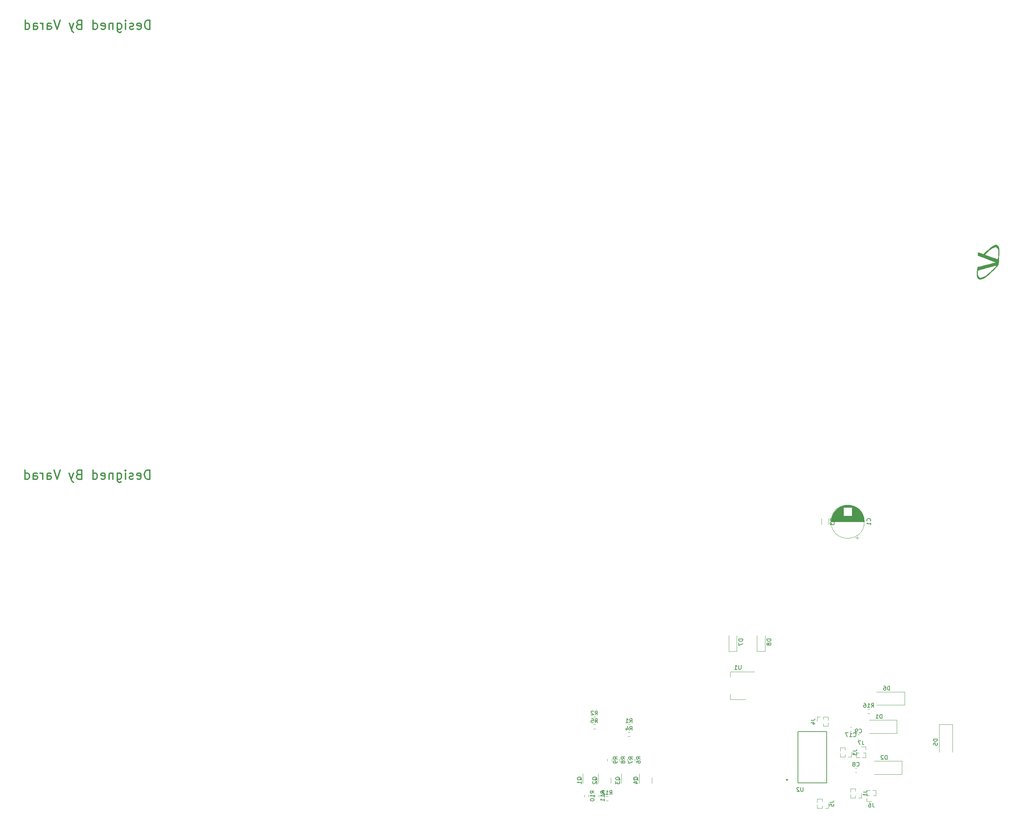
<source format=gbr>
%TF.GenerationSoftware,KiCad,Pcbnew,6.0.11-2627ca5db0~126~ubuntu20.04.1*%
%TF.CreationDate,2023-05-10T15:16:23+05:30*%
%TF.ProjectId,MVCU_COPY,4d564355-5f43-44f5-9059-2e6b69636164,rev?*%
%TF.SameCoordinates,Original*%
%TF.FileFunction,Legend,Bot*%
%TF.FilePolarity,Positive*%
%FSLAX46Y46*%
G04 Gerber Fmt 4.6, Leading zero omitted, Abs format (unit mm)*
G04 Created by KiCad (PCBNEW 6.0.11-2627ca5db0~126~ubuntu20.04.1) date 2023-05-10 15:16:23*
%MOMM*%
%LPD*%
G01*
G04 APERTURE LIST*
%ADD10C,0.300000*%
%ADD11C,0.150000*%
%ADD12C,0.120000*%
%ADD13C,0.200000*%
%ADD14C,0.250000*%
G04 APERTURE END LIST*
D10*
X74941571Y-99405857D02*
X74941571Y-97155857D01*
X74405857Y-97155857D01*
X74084428Y-97263000D01*
X73870142Y-97477285D01*
X73763000Y-97691571D01*
X73655857Y-98120142D01*
X73655857Y-98441571D01*
X73763000Y-98870142D01*
X73870142Y-99084428D01*
X74084428Y-99298714D01*
X74405857Y-99405857D01*
X74941571Y-99405857D01*
X71834428Y-99298714D02*
X72048714Y-99405857D01*
X72477285Y-99405857D01*
X72691571Y-99298714D01*
X72798714Y-99084428D01*
X72798714Y-98227285D01*
X72691571Y-98013000D01*
X72477285Y-97905857D01*
X72048714Y-97905857D01*
X71834428Y-98013000D01*
X71727285Y-98227285D01*
X71727285Y-98441571D01*
X72798714Y-98655857D01*
X70870142Y-99298714D02*
X70655857Y-99405857D01*
X70227285Y-99405857D01*
X70013000Y-99298714D01*
X69905857Y-99084428D01*
X69905857Y-98977285D01*
X70013000Y-98763000D01*
X70227285Y-98655857D01*
X70548714Y-98655857D01*
X70763000Y-98548714D01*
X70870142Y-98334428D01*
X70870142Y-98227285D01*
X70763000Y-98013000D01*
X70548714Y-97905857D01*
X70227285Y-97905857D01*
X70013000Y-98013000D01*
X68941571Y-99405857D02*
X68941571Y-97905857D01*
X68941571Y-97155857D02*
X69048714Y-97263000D01*
X68941571Y-97370142D01*
X68834428Y-97263000D01*
X68941571Y-97155857D01*
X68941571Y-97370142D01*
X66905857Y-97905857D02*
X66905857Y-99727285D01*
X67013000Y-99941571D01*
X67120142Y-100048714D01*
X67334428Y-100155857D01*
X67655857Y-100155857D01*
X67870142Y-100048714D01*
X66905857Y-99298714D02*
X67120142Y-99405857D01*
X67548714Y-99405857D01*
X67763000Y-99298714D01*
X67870142Y-99191571D01*
X67977285Y-98977285D01*
X67977285Y-98334428D01*
X67870142Y-98120142D01*
X67763000Y-98013000D01*
X67548714Y-97905857D01*
X67120142Y-97905857D01*
X66905857Y-98013000D01*
X65834428Y-97905857D02*
X65834428Y-99405857D01*
X65834428Y-98120142D02*
X65727285Y-98013000D01*
X65513000Y-97905857D01*
X65191571Y-97905857D01*
X64977285Y-98013000D01*
X64870142Y-98227285D01*
X64870142Y-99405857D01*
X62941571Y-99298714D02*
X63155857Y-99405857D01*
X63584428Y-99405857D01*
X63798714Y-99298714D01*
X63905857Y-99084428D01*
X63905857Y-98227285D01*
X63798714Y-98013000D01*
X63584428Y-97905857D01*
X63155857Y-97905857D01*
X62941571Y-98013000D01*
X62834428Y-98227285D01*
X62834428Y-98441571D01*
X63905857Y-98655857D01*
X60905857Y-99405857D02*
X60905857Y-97155857D01*
X60905857Y-99298714D02*
X61120142Y-99405857D01*
X61548714Y-99405857D01*
X61763000Y-99298714D01*
X61870142Y-99191571D01*
X61977285Y-98977285D01*
X61977285Y-98334428D01*
X61870142Y-98120142D01*
X61763000Y-98013000D01*
X61548714Y-97905857D01*
X61120142Y-97905857D01*
X60905857Y-98013000D01*
X57370142Y-98227285D02*
X57048714Y-98334428D01*
X56941571Y-98441571D01*
X56834428Y-98655857D01*
X56834428Y-98977285D01*
X56941571Y-99191571D01*
X57048714Y-99298714D01*
X57263000Y-99405857D01*
X58120142Y-99405857D01*
X58120142Y-97155857D01*
X57370142Y-97155857D01*
X57155857Y-97263000D01*
X57048714Y-97370142D01*
X56941571Y-97584428D01*
X56941571Y-97798714D01*
X57048714Y-98013000D01*
X57155857Y-98120142D01*
X57370142Y-98227285D01*
X58120142Y-98227285D01*
X56084428Y-97905857D02*
X55548714Y-99405857D01*
X55013000Y-97905857D02*
X55548714Y-99405857D01*
X55763000Y-99941571D01*
X55870142Y-100048714D01*
X56084428Y-100155857D01*
X52763000Y-97155857D02*
X52013000Y-99405857D01*
X51263000Y-97155857D01*
X49548714Y-99405857D02*
X49548714Y-98227285D01*
X49655857Y-98013000D01*
X49870142Y-97905857D01*
X50298714Y-97905857D01*
X50513000Y-98013000D01*
X49548714Y-99298714D02*
X49763000Y-99405857D01*
X50298714Y-99405857D01*
X50513000Y-99298714D01*
X50620142Y-99084428D01*
X50620142Y-98870142D01*
X50513000Y-98655857D01*
X50298714Y-98548714D01*
X49763000Y-98548714D01*
X49548714Y-98441571D01*
X48477285Y-99405857D02*
X48477285Y-97905857D01*
X48477285Y-98334428D02*
X48370142Y-98120142D01*
X48263000Y-98013000D01*
X48048714Y-97905857D01*
X47834428Y-97905857D01*
X46120142Y-99405857D02*
X46120142Y-98227285D01*
X46227285Y-98013000D01*
X46441571Y-97905857D01*
X46870142Y-97905857D01*
X47084428Y-98013000D01*
X46120142Y-99298714D02*
X46334428Y-99405857D01*
X46870142Y-99405857D01*
X47084428Y-99298714D01*
X47191571Y-99084428D01*
X47191571Y-98870142D01*
X47084428Y-98655857D01*
X46870142Y-98548714D01*
X46334428Y-98548714D01*
X46120142Y-98441571D01*
X44084428Y-99405857D02*
X44084428Y-97155857D01*
X44084428Y-99298714D02*
X44298714Y-99405857D01*
X44727285Y-99405857D01*
X44941571Y-99298714D01*
X45048714Y-99191571D01*
X45155857Y-98977285D01*
X45155857Y-98334428D01*
X45048714Y-98120142D01*
X44941571Y-98013000D01*
X44727285Y-97905857D01*
X44298714Y-97905857D01*
X44084428Y-98013000D01*
X74980571Y12014142D02*
X74980571Y14264142D01*
X74444857Y14264142D01*
X74123428Y14157000D01*
X73909142Y13942714D01*
X73802000Y13728428D01*
X73694857Y13299857D01*
X73694857Y12978428D01*
X73802000Y12549857D01*
X73909142Y12335571D01*
X74123428Y12121285D01*
X74444857Y12014142D01*
X74980571Y12014142D01*
X71873428Y12121285D02*
X72087714Y12014142D01*
X72516285Y12014142D01*
X72730571Y12121285D01*
X72837714Y12335571D01*
X72837714Y13192714D01*
X72730571Y13407000D01*
X72516285Y13514142D01*
X72087714Y13514142D01*
X71873428Y13407000D01*
X71766285Y13192714D01*
X71766285Y12978428D01*
X72837714Y12764142D01*
X70909142Y12121285D02*
X70694857Y12014142D01*
X70266285Y12014142D01*
X70052000Y12121285D01*
X69944857Y12335571D01*
X69944857Y12442714D01*
X70052000Y12657000D01*
X70266285Y12764142D01*
X70587714Y12764142D01*
X70802000Y12871285D01*
X70909142Y13085571D01*
X70909142Y13192714D01*
X70802000Y13407000D01*
X70587714Y13514142D01*
X70266285Y13514142D01*
X70052000Y13407000D01*
X68980571Y12014142D02*
X68980571Y13514142D01*
X68980571Y14264142D02*
X69087714Y14157000D01*
X68980571Y14049857D01*
X68873428Y14157000D01*
X68980571Y14264142D01*
X68980571Y14049857D01*
X66944857Y13514142D02*
X66944857Y11692714D01*
X67052000Y11478428D01*
X67159142Y11371285D01*
X67373428Y11264142D01*
X67694857Y11264142D01*
X67909142Y11371285D01*
X66944857Y12121285D02*
X67159142Y12014142D01*
X67587714Y12014142D01*
X67802000Y12121285D01*
X67909142Y12228428D01*
X68016285Y12442714D01*
X68016285Y13085571D01*
X67909142Y13299857D01*
X67802000Y13407000D01*
X67587714Y13514142D01*
X67159142Y13514142D01*
X66944857Y13407000D01*
X65873428Y13514142D02*
X65873428Y12014142D01*
X65873428Y13299857D02*
X65766285Y13407000D01*
X65552000Y13514142D01*
X65230571Y13514142D01*
X65016285Y13407000D01*
X64909142Y13192714D01*
X64909142Y12014142D01*
X62980571Y12121285D02*
X63194857Y12014142D01*
X63623428Y12014142D01*
X63837714Y12121285D01*
X63944857Y12335571D01*
X63944857Y13192714D01*
X63837714Y13407000D01*
X63623428Y13514142D01*
X63194857Y13514142D01*
X62980571Y13407000D01*
X62873428Y13192714D01*
X62873428Y12978428D01*
X63944857Y12764142D01*
X60944857Y12014142D02*
X60944857Y14264142D01*
X60944857Y12121285D02*
X61159142Y12014142D01*
X61587714Y12014142D01*
X61802000Y12121285D01*
X61909142Y12228428D01*
X62016285Y12442714D01*
X62016285Y13085571D01*
X61909142Y13299857D01*
X61802000Y13407000D01*
X61587714Y13514142D01*
X61159142Y13514142D01*
X60944857Y13407000D01*
X57409142Y13192714D02*
X57087714Y13085571D01*
X56980571Y12978428D01*
X56873428Y12764142D01*
X56873428Y12442714D01*
X56980571Y12228428D01*
X57087714Y12121285D01*
X57302000Y12014142D01*
X58159142Y12014142D01*
X58159142Y14264142D01*
X57409142Y14264142D01*
X57194857Y14157000D01*
X57087714Y14049857D01*
X56980571Y13835571D01*
X56980571Y13621285D01*
X57087714Y13407000D01*
X57194857Y13299857D01*
X57409142Y13192714D01*
X58159142Y13192714D01*
X56123428Y13514142D02*
X55587714Y12014142D01*
X55052000Y13514142D02*
X55587714Y12014142D01*
X55802000Y11478428D01*
X55909142Y11371285D01*
X56123428Y11264142D01*
X52802000Y14264142D02*
X52052000Y12014142D01*
X51302000Y14264142D01*
X49587714Y12014142D02*
X49587714Y13192714D01*
X49694857Y13407000D01*
X49909142Y13514142D01*
X50337714Y13514142D01*
X50552000Y13407000D01*
X49587714Y12121285D02*
X49802000Y12014142D01*
X50337714Y12014142D01*
X50552000Y12121285D01*
X50659142Y12335571D01*
X50659142Y12549857D01*
X50552000Y12764142D01*
X50337714Y12871285D01*
X49802000Y12871285D01*
X49587714Y12978428D01*
X48516285Y12014142D02*
X48516285Y13514142D01*
X48516285Y13085571D02*
X48409142Y13299857D01*
X48302000Y13407000D01*
X48087714Y13514142D01*
X47873428Y13514142D01*
X46159142Y12014142D02*
X46159142Y13192714D01*
X46266285Y13407000D01*
X46480571Y13514142D01*
X46909142Y13514142D01*
X47123428Y13407000D01*
X46159142Y12121285D02*
X46373428Y12014142D01*
X46909142Y12014142D01*
X47123428Y12121285D01*
X47230571Y12335571D01*
X47230571Y12549857D01*
X47123428Y12764142D01*
X46909142Y12871285D01*
X46373428Y12871285D01*
X46159142Y12978428D01*
X44123428Y12014142D02*
X44123428Y14264142D01*
X44123428Y12121285D02*
X44337714Y12014142D01*
X44766285Y12014142D01*
X44980571Y12121285D01*
X45087714Y12228428D01*
X45194857Y12442714D01*
X45194857Y13085571D01*
X45087714Y13299857D01*
X44980571Y13407000D01*
X44766285Y13514142D01*
X44337714Y13514142D01*
X44123428Y13407000D01*
D11*
%TO.C,D8*%
X228742380Y-138996904D02*
X227742380Y-138996904D01*
X227742380Y-139235000D01*
X227790000Y-139377857D01*
X227885238Y-139473095D01*
X227980476Y-139520714D01*
X228170952Y-139568333D01*
X228313809Y-139568333D01*
X228504285Y-139520714D01*
X228599523Y-139473095D01*
X228694761Y-139377857D01*
X228742380Y-139235000D01*
X228742380Y-138996904D01*
X228170952Y-140139761D02*
X228123333Y-140044523D01*
X228075714Y-139996904D01*
X227980476Y-139949285D01*
X227932857Y-139949285D01*
X227837619Y-139996904D01*
X227790000Y-140044523D01*
X227742380Y-140139761D01*
X227742380Y-140330238D01*
X227790000Y-140425476D01*
X227837619Y-140473095D01*
X227932857Y-140520714D01*
X227980476Y-140520714D01*
X228075714Y-140473095D01*
X228123333Y-140425476D01*
X228170952Y-140330238D01*
X228170952Y-140139761D01*
X228218571Y-140044523D01*
X228266190Y-139996904D01*
X228361428Y-139949285D01*
X228551904Y-139949285D01*
X228647142Y-139996904D01*
X228694761Y-140044523D01*
X228742380Y-140139761D01*
X228742380Y-140330238D01*
X228694761Y-140425476D01*
X228647142Y-140473095D01*
X228551904Y-140520714D01*
X228361428Y-140520714D01*
X228266190Y-140473095D01*
X228218571Y-140425476D01*
X228170952Y-140330238D01*
%TO.C,R10*%
X184992380Y-177192142D02*
X184516190Y-176858809D01*
X184992380Y-176620714D02*
X183992380Y-176620714D01*
X183992380Y-177001666D01*
X184040000Y-177096904D01*
X184087619Y-177144523D01*
X184182857Y-177192142D01*
X184325714Y-177192142D01*
X184420952Y-177144523D01*
X184468571Y-177096904D01*
X184516190Y-177001666D01*
X184516190Y-176620714D01*
X184992380Y-178144523D02*
X184992380Y-177573095D01*
X184992380Y-177858809D02*
X183992380Y-177858809D01*
X184135238Y-177763571D01*
X184230476Y-177668333D01*
X184278095Y-177573095D01*
X183992380Y-178763571D02*
X183992380Y-178858809D01*
X184040000Y-178954047D01*
X184087619Y-179001666D01*
X184182857Y-179049285D01*
X184373333Y-179096904D01*
X184611428Y-179096904D01*
X184801904Y-179049285D01*
X184897142Y-179001666D01*
X184944761Y-178954047D01*
X184992380Y-178858809D01*
X184992380Y-178763571D01*
X184944761Y-178668333D01*
X184897142Y-178620714D01*
X184801904Y-178573095D01*
X184611428Y-178525476D01*
X184373333Y-178525476D01*
X184182857Y-178573095D01*
X184087619Y-178620714D01*
X184040000Y-178668333D01*
X183992380Y-178763571D01*
%TO.C,C9*%
X250586666Y-162157142D02*
X250634285Y-162204761D01*
X250777142Y-162252380D01*
X250872380Y-162252380D01*
X251015238Y-162204761D01*
X251110476Y-162109523D01*
X251158095Y-162014285D01*
X251205714Y-161823809D01*
X251205714Y-161680952D01*
X251158095Y-161490476D01*
X251110476Y-161395238D01*
X251015238Y-161300000D01*
X250872380Y-161252380D01*
X250777142Y-161252380D01*
X250634285Y-161300000D01*
X250586666Y-161347619D01*
X250110476Y-162252380D02*
X249920000Y-162252380D01*
X249824761Y-162204761D01*
X249777142Y-162157142D01*
X249681904Y-162014285D01*
X249634285Y-161823809D01*
X249634285Y-161442857D01*
X249681904Y-161347619D01*
X249729523Y-161300000D01*
X249824761Y-161252380D01*
X250015238Y-161252380D01*
X250110476Y-161300000D01*
X250158095Y-161347619D01*
X250205714Y-161442857D01*
X250205714Y-161680952D01*
X250158095Y-161776190D01*
X250110476Y-161823809D01*
X250015238Y-161871428D01*
X249824761Y-161871428D01*
X249729523Y-161823809D01*
X249681904Y-161776190D01*
X249634285Y-161680952D01*
%TO.C,D5*%
X269962380Y-163761904D02*
X268962380Y-163761904D01*
X268962380Y-164000000D01*
X269010000Y-164142857D01*
X269105238Y-164238095D01*
X269200476Y-164285714D01*
X269390952Y-164333333D01*
X269533809Y-164333333D01*
X269724285Y-164285714D01*
X269819523Y-164238095D01*
X269914761Y-164142857D01*
X269962380Y-164000000D01*
X269962380Y-163761904D01*
X268962380Y-165238095D02*
X268962380Y-164761904D01*
X269438571Y-164714285D01*
X269390952Y-164761904D01*
X269343333Y-164857142D01*
X269343333Y-165095238D01*
X269390952Y-165190476D01*
X269438571Y-165238095D01*
X269533809Y-165285714D01*
X269771904Y-165285714D01*
X269867142Y-165238095D01*
X269914761Y-165190476D01*
X269962380Y-165095238D01*
X269962380Y-164857142D01*
X269914761Y-164761904D01*
X269867142Y-164714285D01*
%TO.C,J5*%
X243312380Y-179406666D02*
X244026666Y-179406666D01*
X244169523Y-179359047D01*
X244264761Y-179263809D01*
X244312380Y-179120952D01*
X244312380Y-179025714D01*
X243312380Y-180359047D02*
X243312380Y-179882857D01*
X243788571Y-179835238D01*
X243740952Y-179882857D01*
X243693333Y-179978095D01*
X243693333Y-180216190D01*
X243740952Y-180311428D01*
X243788571Y-180359047D01*
X243883809Y-180406666D01*
X244121904Y-180406666D01*
X244217142Y-180359047D01*
X244264761Y-180311428D01*
X244312380Y-180216190D01*
X244312380Y-179978095D01*
X244264761Y-179882857D01*
X244217142Y-179835238D01*
%TO.C,Q3*%
X191417619Y-173929761D02*
X191370000Y-173834523D01*
X191274761Y-173739285D01*
X191131904Y-173596428D01*
X191084285Y-173501190D01*
X191084285Y-173405952D01*
X191322380Y-173453571D02*
X191274761Y-173358333D01*
X191179523Y-173263095D01*
X190989047Y-173215476D01*
X190655714Y-173215476D01*
X190465238Y-173263095D01*
X190370000Y-173358333D01*
X190322380Y-173453571D01*
X190322380Y-173644047D01*
X190370000Y-173739285D01*
X190465238Y-173834523D01*
X190655714Y-173882142D01*
X190989047Y-173882142D01*
X191179523Y-173834523D01*
X191274761Y-173739285D01*
X191322380Y-173644047D01*
X191322380Y-173453571D01*
X190322380Y-174215476D02*
X190322380Y-174834523D01*
X190703333Y-174501190D01*
X190703333Y-174644047D01*
X190750952Y-174739285D01*
X190798571Y-174786904D01*
X190893809Y-174834523D01*
X191131904Y-174834523D01*
X191227142Y-174786904D01*
X191274761Y-174739285D01*
X191322380Y-174644047D01*
X191322380Y-174358333D01*
X191274761Y-174263095D01*
X191227142Y-174215476D01*
%TO.C,C8*%
X249951666Y-170412142D02*
X249999285Y-170459761D01*
X250142142Y-170507380D01*
X250237380Y-170507380D01*
X250380238Y-170459761D01*
X250475476Y-170364523D01*
X250523095Y-170269285D01*
X250570714Y-170078809D01*
X250570714Y-169935952D01*
X250523095Y-169745476D01*
X250475476Y-169650238D01*
X250380238Y-169555000D01*
X250237380Y-169507380D01*
X250142142Y-169507380D01*
X249999285Y-169555000D01*
X249951666Y-169602619D01*
X249380238Y-169935952D02*
X249475476Y-169888333D01*
X249523095Y-169840714D01*
X249570714Y-169745476D01*
X249570714Y-169697857D01*
X249523095Y-169602619D01*
X249475476Y-169555000D01*
X249380238Y-169507380D01*
X249189761Y-169507380D01*
X249094523Y-169555000D01*
X249046904Y-169602619D01*
X248999285Y-169697857D01*
X248999285Y-169745476D01*
X249046904Y-169840714D01*
X249094523Y-169888333D01*
X249189761Y-169935952D01*
X249380238Y-169935952D01*
X249475476Y-169983571D01*
X249523095Y-170031190D01*
X249570714Y-170126428D01*
X249570714Y-170316904D01*
X249523095Y-170412142D01*
X249475476Y-170459761D01*
X249380238Y-170507380D01*
X249189761Y-170507380D01*
X249094523Y-170459761D01*
X249046904Y-170412142D01*
X248999285Y-170316904D01*
X248999285Y-170126428D01*
X249046904Y-170031190D01*
X249094523Y-169983571D01*
X249189761Y-169935952D01*
%TO.C,D2*%
X257508095Y-168802380D02*
X257508095Y-167802380D01*
X257270000Y-167802380D01*
X257127142Y-167850000D01*
X257031904Y-167945238D01*
X256984285Y-168040476D01*
X256936666Y-168230952D01*
X256936666Y-168373809D01*
X256984285Y-168564285D01*
X257031904Y-168659523D01*
X257127142Y-168754761D01*
X257270000Y-168802380D01*
X257508095Y-168802380D01*
X256555714Y-167897619D02*
X256508095Y-167850000D01*
X256412857Y-167802380D01*
X256174761Y-167802380D01*
X256079523Y-167850000D01*
X256031904Y-167897619D01*
X255984285Y-167992857D01*
X255984285Y-168088095D01*
X256031904Y-168230952D01*
X256603333Y-168802380D01*
X255984285Y-168802380D01*
%TO.C,R9*%
X190707380Y-168778333D02*
X190231190Y-168445000D01*
X190707380Y-168206904D02*
X189707380Y-168206904D01*
X189707380Y-168587857D01*
X189755000Y-168683095D01*
X189802619Y-168730714D01*
X189897857Y-168778333D01*
X190040714Y-168778333D01*
X190135952Y-168730714D01*
X190183571Y-168683095D01*
X190231190Y-168587857D01*
X190231190Y-168206904D01*
X190707380Y-169254523D02*
X190707380Y-169445000D01*
X190659761Y-169540238D01*
X190612142Y-169587857D01*
X190469285Y-169683095D01*
X190278809Y-169730714D01*
X189897857Y-169730714D01*
X189802619Y-169683095D01*
X189755000Y-169635476D01*
X189707380Y-169540238D01*
X189707380Y-169349761D01*
X189755000Y-169254523D01*
X189802619Y-169206904D01*
X189897857Y-169159285D01*
X190135952Y-169159285D01*
X190231190Y-169206904D01*
X190278809Y-169254523D01*
X190326428Y-169349761D01*
X190326428Y-169540238D01*
X190278809Y-169635476D01*
X190231190Y-169683095D01*
X190135952Y-169730714D01*
%TO.C,C17*%
X249157857Y-163112142D02*
X249205476Y-163159761D01*
X249348333Y-163207380D01*
X249443571Y-163207380D01*
X249586428Y-163159761D01*
X249681666Y-163064523D01*
X249729285Y-162969285D01*
X249776904Y-162778809D01*
X249776904Y-162635952D01*
X249729285Y-162445476D01*
X249681666Y-162350238D01*
X249586428Y-162255000D01*
X249443571Y-162207380D01*
X249348333Y-162207380D01*
X249205476Y-162255000D01*
X249157857Y-162302619D01*
X248205476Y-163207380D02*
X248776904Y-163207380D01*
X248491190Y-163207380D02*
X248491190Y-162207380D01*
X248586428Y-162350238D01*
X248681666Y-162445476D01*
X248776904Y-162493095D01*
X247872142Y-162207380D02*
X247205476Y-162207380D01*
X247634047Y-163207380D01*
%TO.C,J6*%
X253928333Y-179617380D02*
X253928333Y-180331666D01*
X253975952Y-180474523D01*
X254071190Y-180569761D01*
X254214047Y-180617380D01*
X254309285Y-180617380D01*
X253023571Y-179617380D02*
X253214047Y-179617380D01*
X253309285Y-179665000D01*
X253356904Y-179712619D01*
X253452142Y-179855476D01*
X253499761Y-180045952D01*
X253499761Y-180426904D01*
X253452142Y-180522142D01*
X253404523Y-180569761D01*
X253309285Y-180617380D01*
X253118809Y-180617380D01*
X253023571Y-180569761D01*
X252975952Y-180522142D01*
X252928333Y-180426904D01*
X252928333Y-180188809D01*
X252975952Y-180093571D01*
X253023571Y-180045952D01*
X253118809Y-179998333D01*
X253309285Y-179998333D01*
X253404523Y-180045952D01*
X253452142Y-180093571D01*
X253499761Y-180188809D01*
%TO.C,Q4*%
X195862619Y-173929761D02*
X195815000Y-173834523D01*
X195719761Y-173739285D01*
X195576904Y-173596428D01*
X195529285Y-173501190D01*
X195529285Y-173405952D01*
X195767380Y-173453571D02*
X195719761Y-173358333D01*
X195624523Y-173263095D01*
X195434047Y-173215476D01*
X195100714Y-173215476D01*
X194910238Y-173263095D01*
X194815000Y-173358333D01*
X194767380Y-173453571D01*
X194767380Y-173644047D01*
X194815000Y-173739285D01*
X194910238Y-173834523D01*
X195100714Y-173882142D01*
X195434047Y-173882142D01*
X195624523Y-173834523D01*
X195719761Y-173739285D01*
X195767380Y-173644047D01*
X195767380Y-173453571D01*
X195100714Y-174739285D02*
X195767380Y-174739285D01*
X194719761Y-174501190D02*
X195434047Y-174263095D01*
X195434047Y-174882142D01*
%TO.C,U1*%
X221336904Y-145482380D02*
X221336904Y-146291904D01*
X221289285Y-146387142D01*
X221241666Y-146434761D01*
X221146428Y-146482380D01*
X220955952Y-146482380D01*
X220860714Y-146434761D01*
X220813095Y-146387142D01*
X220765476Y-146291904D01*
X220765476Y-145482380D01*
X219765476Y-146482380D02*
X220336904Y-146482380D01*
X220051190Y-146482380D02*
X220051190Y-145482380D01*
X220146428Y-145625238D01*
X220241666Y-145720476D01*
X220336904Y-145768095D01*
%TO.C,J4*%
X238652380Y-159086666D02*
X239366666Y-159086666D01*
X239509523Y-159039047D01*
X239604761Y-158943809D01*
X239652380Y-158800952D01*
X239652380Y-158705714D01*
X238985714Y-159991428D02*
X239652380Y-159991428D01*
X238604761Y-159753333D02*
X239319047Y-159515238D01*
X239319047Y-160134285D01*
%TO.C,C1*%
X253349793Y-109763333D02*
X253397412Y-109715714D01*
X253445031Y-109572857D01*
X253445031Y-109477619D01*
X253397412Y-109334761D01*
X253302174Y-109239523D01*
X253206936Y-109191904D01*
X253016460Y-109144285D01*
X252873603Y-109144285D01*
X252683127Y-109191904D01*
X252587889Y-109239523D01*
X252492651Y-109334761D01*
X252445031Y-109477619D01*
X252445031Y-109572857D01*
X252492651Y-109715714D01*
X252540270Y-109763333D01*
X253445031Y-110715714D02*
X253445031Y-110144285D01*
X253445031Y-110430000D02*
X252445031Y-110430000D01*
X252587889Y-110334761D01*
X252683127Y-110239523D01*
X252730746Y-110144285D01*
%TO.C,R16*%
X253602857Y-155902380D02*
X253936190Y-155426190D01*
X254174285Y-155902380D02*
X254174285Y-154902380D01*
X253793333Y-154902380D01*
X253698095Y-154950000D01*
X253650476Y-154997619D01*
X253602857Y-155092857D01*
X253602857Y-155235714D01*
X253650476Y-155330952D01*
X253698095Y-155378571D01*
X253793333Y-155426190D01*
X254174285Y-155426190D01*
X252650476Y-155902380D02*
X253221904Y-155902380D01*
X252936190Y-155902380D02*
X252936190Y-154902380D01*
X253031428Y-155045238D01*
X253126666Y-155140476D01*
X253221904Y-155188095D01*
X251793333Y-154902380D02*
X251983809Y-154902380D01*
X252079047Y-154950000D01*
X252126666Y-154997619D01*
X252221904Y-155140476D01*
X252269523Y-155330952D01*
X252269523Y-155711904D01*
X252221904Y-155807142D01*
X252174285Y-155854761D01*
X252079047Y-155902380D01*
X251888571Y-155902380D01*
X251793333Y-155854761D01*
X251745714Y-155807142D01*
X251698095Y-155711904D01*
X251698095Y-155473809D01*
X251745714Y-155378571D01*
X251793333Y-155330952D01*
X251888571Y-155283333D01*
X252079047Y-155283333D01*
X252174285Y-155330952D01*
X252221904Y-155378571D01*
X252269523Y-155473809D01*
%TO.C,R2*%
X185181666Y-157807380D02*
X185515000Y-157331190D01*
X185753095Y-157807380D02*
X185753095Y-156807380D01*
X185372142Y-156807380D01*
X185276904Y-156855000D01*
X185229285Y-156902619D01*
X185181666Y-156997857D01*
X185181666Y-157140714D01*
X185229285Y-157235952D01*
X185276904Y-157283571D01*
X185372142Y-157331190D01*
X185753095Y-157331190D01*
X184800714Y-156902619D02*
X184753095Y-156855000D01*
X184657857Y-156807380D01*
X184419761Y-156807380D01*
X184324523Y-156855000D01*
X184276904Y-156902619D01*
X184229285Y-156997857D01*
X184229285Y-157093095D01*
X184276904Y-157235952D01*
X184848333Y-157807380D01*
X184229285Y-157807380D01*
%TO.C,R7*%
X194517380Y-168778333D02*
X194041190Y-168445000D01*
X194517380Y-168206904D02*
X193517380Y-168206904D01*
X193517380Y-168587857D01*
X193565000Y-168683095D01*
X193612619Y-168730714D01*
X193707857Y-168778333D01*
X193850714Y-168778333D01*
X193945952Y-168730714D01*
X193993571Y-168683095D01*
X194041190Y-168587857D01*
X194041190Y-168206904D01*
X193517380Y-169111666D02*
X193517380Y-169778333D01*
X194517380Y-169349761D01*
%TO.C,R12*%
X188832857Y-177492380D02*
X189166190Y-177016190D01*
X189404285Y-177492380D02*
X189404285Y-176492380D01*
X189023333Y-176492380D01*
X188928095Y-176540000D01*
X188880476Y-176587619D01*
X188832857Y-176682857D01*
X188832857Y-176825714D01*
X188880476Y-176920952D01*
X188928095Y-176968571D01*
X189023333Y-177016190D01*
X189404285Y-177016190D01*
X187880476Y-177492380D02*
X188451904Y-177492380D01*
X188166190Y-177492380D02*
X188166190Y-176492380D01*
X188261428Y-176635238D01*
X188356666Y-176730476D01*
X188451904Y-176778095D01*
X187499523Y-176587619D02*
X187451904Y-176540000D01*
X187356666Y-176492380D01*
X187118571Y-176492380D01*
X187023333Y-176540000D01*
X186975714Y-176587619D01*
X186928095Y-176682857D01*
X186928095Y-176778095D01*
X186975714Y-176920952D01*
X187547142Y-177492380D01*
X186928095Y-177492380D01*
%TO.C,J3*%
X249027380Y-166706666D02*
X249741666Y-166706666D01*
X249884523Y-166659047D01*
X249979761Y-166563809D01*
X250027380Y-166420952D01*
X250027380Y-166325714D01*
X249027380Y-167087619D02*
X249027380Y-167706666D01*
X249408333Y-167373333D01*
X249408333Y-167516190D01*
X249455952Y-167611428D01*
X249503571Y-167659047D01*
X249598809Y-167706666D01*
X249836904Y-167706666D01*
X249932142Y-167659047D01*
X249979761Y-167611428D01*
X250027380Y-167516190D01*
X250027380Y-167230476D01*
X249979761Y-167135238D01*
X249932142Y-167087619D01*
%TO.C,R5*%
X185181666Y-159712380D02*
X185515000Y-159236190D01*
X185753095Y-159712380D02*
X185753095Y-158712380D01*
X185372142Y-158712380D01*
X185276904Y-158760000D01*
X185229285Y-158807619D01*
X185181666Y-158902857D01*
X185181666Y-159045714D01*
X185229285Y-159140952D01*
X185276904Y-159188571D01*
X185372142Y-159236190D01*
X185753095Y-159236190D01*
X184276904Y-158712380D02*
X184753095Y-158712380D01*
X184800714Y-159188571D01*
X184753095Y-159140952D01*
X184657857Y-159093333D01*
X184419761Y-159093333D01*
X184324523Y-159140952D01*
X184276904Y-159188571D01*
X184229285Y-159283809D01*
X184229285Y-159521904D01*
X184276904Y-159617142D01*
X184324523Y-159664761D01*
X184419761Y-159712380D01*
X184657857Y-159712380D01*
X184753095Y-159664761D01*
X184800714Y-159617142D01*
%TO.C,D7*%
X221757380Y-138996904D02*
X220757380Y-138996904D01*
X220757380Y-139235000D01*
X220805000Y-139377857D01*
X220900238Y-139473095D01*
X220995476Y-139520714D01*
X221185952Y-139568333D01*
X221328809Y-139568333D01*
X221519285Y-139520714D01*
X221614523Y-139473095D01*
X221709761Y-139377857D01*
X221757380Y-139235000D01*
X221757380Y-138996904D01*
X220757380Y-139901666D02*
X220757380Y-140568333D01*
X221757380Y-140139761D01*
%TO.C,J7*%
X251388333Y-164162380D02*
X251388333Y-164876666D01*
X251435952Y-165019523D01*
X251531190Y-165114761D01*
X251674047Y-165162380D01*
X251769285Y-165162380D01*
X251007380Y-164162380D02*
X250340714Y-164162380D01*
X250769285Y-165162380D01*
%TO.C,R3*%
X244437380Y-109723333D02*
X243961190Y-109390000D01*
X244437380Y-109151904D02*
X243437380Y-109151904D01*
X243437380Y-109532857D01*
X243485000Y-109628095D01*
X243532619Y-109675714D01*
X243627857Y-109723333D01*
X243770714Y-109723333D01*
X243865952Y-109675714D01*
X243913571Y-109628095D01*
X243961190Y-109532857D01*
X243961190Y-109151904D01*
X243437380Y-110056666D02*
X243437380Y-110675714D01*
X243818333Y-110342380D01*
X243818333Y-110485238D01*
X243865952Y-110580476D01*
X243913571Y-110628095D01*
X244008809Y-110675714D01*
X244246904Y-110675714D01*
X244342142Y-110628095D01*
X244389761Y-110580476D01*
X244437380Y-110485238D01*
X244437380Y-110199523D01*
X244389761Y-110104285D01*
X244342142Y-110056666D01*
%TO.C,D6*%
X258143095Y-151657380D02*
X258143095Y-150657380D01*
X257905000Y-150657380D01*
X257762142Y-150705000D01*
X257666904Y-150800238D01*
X257619285Y-150895476D01*
X257571666Y-151085952D01*
X257571666Y-151228809D01*
X257619285Y-151419285D01*
X257666904Y-151514523D01*
X257762142Y-151609761D01*
X257905000Y-151657380D01*
X258143095Y-151657380D01*
X256714523Y-150657380D02*
X256905000Y-150657380D01*
X257000238Y-150705000D01*
X257047857Y-150752619D01*
X257143095Y-150895476D01*
X257190714Y-151085952D01*
X257190714Y-151466904D01*
X257143095Y-151562142D01*
X257095476Y-151609761D01*
X257000238Y-151657380D01*
X256809761Y-151657380D01*
X256714523Y-151609761D01*
X256666904Y-151562142D01*
X256619285Y-151466904D01*
X256619285Y-151228809D01*
X256666904Y-151133571D01*
X256714523Y-151085952D01*
X256809761Y-151038333D01*
X257000238Y-151038333D01*
X257095476Y-151085952D01*
X257143095Y-151133571D01*
X257190714Y-151228809D01*
%TO.C,Q1*%
X181892619Y-173929761D02*
X181845000Y-173834523D01*
X181749761Y-173739285D01*
X181606904Y-173596428D01*
X181559285Y-173501190D01*
X181559285Y-173405952D01*
X181797380Y-173453571D02*
X181749761Y-173358333D01*
X181654523Y-173263095D01*
X181464047Y-173215476D01*
X181130714Y-173215476D01*
X180940238Y-173263095D01*
X180845000Y-173358333D01*
X180797380Y-173453571D01*
X180797380Y-173644047D01*
X180845000Y-173739285D01*
X180940238Y-173834523D01*
X181130714Y-173882142D01*
X181464047Y-173882142D01*
X181654523Y-173834523D01*
X181749761Y-173739285D01*
X181797380Y-173644047D01*
X181797380Y-173453571D01*
X181797380Y-174834523D02*
X181797380Y-174263095D01*
X181797380Y-174548809D02*
X180797380Y-174548809D01*
X180940238Y-174453571D01*
X181035476Y-174358333D01*
X181083095Y-174263095D01*
%TO.C,R6*%
X196422380Y-168778333D02*
X195946190Y-168445000D01*
X196422380Y-168206904D02*
X195422380Y-168206904D01*
X195422380Y-168587857D01*
X195470000Y-168683095D01*
X195517619Y-168730714D01*
X195612857Y-168778333D01*
X195755714Y-168778333D01*
X195850952Y-168730714D01*
X195898571Y-168683095D01*
X195946190Y-168587857D01*
X195946190Y-168206904D01*
X195422380Y-169635476D02*
X195422380Y-169445000D01*
X195470000Y-169349761D01*
X195517619Y-169302142D01*
X195660476Y-169206904D01*
X195850952Y-169159285D01*
X196231904Y-169159285D01*
X196327142Y-169206904D01*
X196374761Y-169254523D01*
X196422380Y-169349761D01*
X196422380Y-169540238D01*
X196374761Y-169635476D01*
X196327142Y-169683095D01*
X196231904Y-169730714D01*
X195993809Y-169730714D01*
X195898571Y-169683095D01*
X195850952Y-169635476D01*
X195803333Y-169540238D01*
X195803333Y-169349761D01*
X195850952Y-169254523D01*
X195898571Y-169206904D01*
X195993809Y-169159285D01*
%TO.C,D1*%
X256238095Y-158642380D02*
X256238095Y-157642380D01*
X256000000Y-157642380D01*
X255857142Y-157690000D01*
X255761904Y-157785238D01*
X255714285Y-157880476D01*
X255666666Y-158070952D01*
X255666666Y-158213809D01*
X255714285Y-158404285D01*
X255761904Y-158499523D01*
X255857142Y-158594761D01*
X256000000Y-158642380D01*
X256238095Y-158642380D01*
X254714285Y-158642380D02*
X255285714Y-158642380D01*
X255000000Y-158642380D02*
X255000000Y-157642380D01*
X255095238Y-157785238D01*
X255190476Y-157880476D01*
X255285714Y-157928095D01*
%TO.C,R11*%
X187532380Y-177192142D02*
X187056190Y-176858809D01*
X187532380Y-176620714D02*
X186532380Y-176620714D01*
X186532380Y-177001666D01*
X186580000Y-177096904D01*
X186627619Y-177144523D01*
X186722857Y-177192142D01*
X186865714Y-177192142D01*
X186960952Y-177144523D01*
X187008571Y-177096904D01*
X187056190Y-177001666D01*
X187056190Y-176620714D01*
X187532380Y-178144523D02*
X187532380Y-177573095D01*
X187532380Y-177858809D02*
X186532380Y-177858809D01*
X186675238Y-177763571D01*
X186770476Y-177668333D01*
X186818095Y-177573095D01*
X187532380Y-179096904D02*
X187532380Y-178525476D01*
X187532380Y-178811190D02*
X186532380Y-178811190D01*
X186675238Y-178715952D01*
X186770476Y-178620714D01*
X186818095Y-178525476D01*
%TO.C,Q2*%
X185702619Y-173929761D02*
X185655000Y-173834523D01*
X185559761Y-173739285D01*
X185416904Y-173596428D01*
X185369285Y-173501190D01*
X185369285Y-173405952D01*
X185607380Y-173453571D02*
X185559761Y-173358333D01*
X185464523Y-173263095D01*
X185274047Y-173215476D01*
X184940714Y-173215476D01*
X184750238Y-173263095D01*
X184655000Y-173358333D01*
X184607380Y-173453571D01*
X184607380Y-173644047D01*
X184655000Y-173739285D01*
X184750238Y-173834523D01*
X184940714Y-173882142D01*
X185274047Y-173882142D01*
X185464523Y-173834523D01*
X185559761Y-173739285D01*
X185607380Y-173644047D01*
X185607380Y-173453571D01*
X184702619Y-174263095D02*
X184655000Y-174310714D01*
X184607380Y-174405952D01*
X184607380Y-174644047D01*
X184655000Y-174739285D01*
X184702619Y-174786904D01*
X184797857Y-174834523D01*
X184893095Y-174834523D01*
X185035952Y-174786904D01*
X185607380Y-174215476D01*
X185607380Y-174834523D01*
%TO.C,R8*%
X192612380Y-168778333D02*
X192136190Y-168445000D01*
X192612380Y-168206904D02*
X191612380Y-168206904D01*
X191612380Y-168587857D01*
X191660000Y-168683095D01*
X191707619Y-168730714D01*
X191802857Y-168778333D01*
X191945714Y-168778333D01*
X192040952Y-168730714D01*
X192088571Y-168683095D01*
X192136190Y-168587857D01*
X192136190Y-168206904D01*
X192040952Y-169349761D02*
X191993333Y-169254523D01*
X191945714Y-169206904D01*
X191850476Y-169159285D01*
X191802857Y-169159285D01*
X191707619Y-169206904D01*
X191660000Y-169254523D01*
X191612380Y-169349761D01*
X191612380Y-169540238D01*
X191660000Y-169635476D01*
X191707619Y-169683095D01*
X191802857Y-169730714D01*
X191850476Y-169730714D01*
X191945714Y-169683095D01*
X191993333Y-169635476D01*
X192040952Y-169540238D01*
X192040952Y-169349761D01*
X192088571Y-169254523D01*
X192136190Y-169206904D01*
X192231428Y-169159285D01*
X192421904Y-169159285D01*
X192517142Y-169206904D01*
X192564761Y-169254523D01*
X192612380Y-169349761D01*
X192612380Y-169540238D01*
X192564761Y-169635476D01*
X192517142Y-169683095D01*
X192421904Y-169730714D01*
X192231428Y-169730714D01*
X192136190Y-169683095D01*
X192088571Y-169635476D01*
X192040952Y-169540238D01*
%TO.C,R4*%
X193794166Y-161617380D02*
X194127500Y-161141190D01*
X194365595Y-161617380D02*
X194365595Y-160617380D01*
X193984642Y-160617380D01*
X193889404Y-160665000D01*
X193841785Y-160712619D01*
X193794166Y-160807857D01*
X193794166Y-160950714D01*
X193841785Y-161045952D01*
X193889404Y-161093571D01*
X193984642Y-161141190D01*
X194365595Y-161141190D01*
X192937023Y-160950714D02*
X192937023Y-161617380D01*
X193175119Y-160569761D02*
X193413214Y-161284047D01*
X192794166Y-161284047D01*
%TO.C,U2*%
X236711904Y-175717380D02*
X236711904Y-176526904D01*
X236664285Y-176622142D01*
X236616666Y-176669761D01*
X236521428Y-176717380D01*
X236330952Y-176717380D01*
X236235714Y-176669761D01*
X236188095Y-176622142D01*
X236140476Y-176526904D01*
X236140476Y-175717380D01*
X235711904Y-175812619D02*
X235664285Y-175765000D01*
X235569047Y-175717380D01*
X235330952Y-175717380D01*
X235235714Y-175765000D01*
X235188095Y-175812619D01*
X235140476Y-175907857D01*
X235140476Y-176003095D01*
X235188095Y-176145952D01*
X235759523Y-176717380D01*
X235140476Y-176717380D01*
%TO.C,J1*%
X251567380Y-176866666D02*
X252281666Y-176866666D01*
X252424523Y-176819047D01*
X252519761Y-176723809D01*
X252567380Y-176580952D01*
X252567380Y-176485714D01*
X252567380Y-177866666D02*
X252567380Y-177295238D01*
X252567380Y-177580952D02*
X251567380Y-177580952D01*
X251710238Y-177485714D01*
X251805476Y-177390476D01*
X251853095Y-177295238D01*
%TO.C,R1*%
X193794166Y-159712380D02*
X194127500Y-159236190D01*
X194365595Y-159712380D02*
X194365595Y-158712380D01*
X193984642Y-158712380D01*
X193889404Y-158760000D01*
X193841785Y-158807619D01*
X193794166Y-158902857D01*
X193794166Y-159045714D01*
X193841785Y-159140952D01*
X193889404Y-159188571D01*
X193984642Y-159236190D01*
X194365595Y-159236190D01*
X192841785Y-159712380D02*
X193413214Y-159712380D01*
X193127500Y-159712380D02*
X193127500Y-158712380D01*
X193222738Y-158855238D01*
X193317976Y-158950476D01*
X193413214Y-158998095D01*
D12*
%TO.C,D8*%
X225290000Y-141985000D02*
X225290000Y-138085000D01*
X227290000Y-141985000D02*
X227290000Y-138085000D01*
X227290000Y-141985000D02*
X225290000Y-141985000D01*
%TO.C,R10*%
X183632500Y-178089724D02*
X183632500Y-177580276D01*
X182587500Y-178089724D02*
X182587500Y-177580276D01*
%TO.C,C9*%
X250566267Y-162720000D02*
X250273733Y-162720000D01*
X250566267Y-163740000D02*
X250273733Y-163740000D01*
%TO.C,D5*%
X270360000Y-160100000D02*
X270360000Y-167000000D01*
X273660000Y-160100000D02*
X273660000Y-167000000D01*
X270360000Y-160100000D02*
X273660000Y-160100000D01*
%TO.C,J5*%
X241405000Y-180850000D02*
X241405000Y-180303471D01*
X242925000Y-180850000D02*
X242925000Y-179740000D01*
X241405000Y-180850000D02*
X240200000Y-180850000D01*
X240200000Y-180850000D02*
X240200000Y-180047530D01*
X241405000Y-179176529D02*
X241405000Y-178630000D01*
X241405000Y-178630000D02*
X240200000Y-178630000D01*
X240200000Y-179432470D02*
X240200000Y-178630000D01*
X242165000Y-180850000D02*
X242925000Y-180850000D01*
%TO.C,Q3*%
X194830000Y-174025000D02*
X194830000Y-173375000D01*
X191710000Y-174025000D02*
X191710000Y-174675000D01*
X191710000Y-174025000D02*
X191710000Y-172350000D01*
X194830000Y-174025000D02*
X194830000Y-174675000D01*
%TO.C,C8*%
X249931267Y-170975000D02*
X249638733Y-170975000D01*
X249931267Y-171995000D02*
X249638733Y-171995000D01*
%TO.C,D2*%
X261170000Y-172500000D02*
X254270000Y-172500000D01*
X261170000Y-169200000D02*
X261170000Y-172500000D01*
X261170000Y-169200000D02*
X254270000Y-169200000D01*
%TO.C,R9*%
X189347500Y-169199724D02*
X189347500Y-168690276D01*
X188302500Y-169199724D02*
X188302500Y-168690276D01*
%TO.C,C17*%
X248368733Y-161835000D02*
X248661267Y-161835000D01*
X248368733Y-160815000D02*
X248661267Y-160815000D01*
%TO.C,J6*%
X253902530Y-176505000D02*
X254705000Y-176505000D01*
X254705000Y-177710000D02*
X254705000Y-176505000D01*
X252485000Y-179230000D02*
X253595000Y-179230000D01*
X252485000Y-177710000D02*
X253031529Y-177710000D01*
X252485000Y-176505000D02*
X253287470Y-176505000D01*
X252485000Y-177710000D02*
X252485000Y-176505000D01*
X254158471Y-177710000D02*
X254705000Y-177710000D01*
X252485000Y-178470000D02*
X252485000Y-179230000D01*
%TO.C,Q4*%
X199275000Y-174025000D02*
X199275000Y-173375000D01*
X196155000Y-174025000D02*
X196155000Y-172350000D01*
X199275000Y-174025000D02*
X199275000Y-174675000D01*
X196155000Y-174025000D02*
X196155000Y-174675000D01*
%TO.C,U1*%
X222425000Y-153940000D02*
X218665000Y-153940000D01*
X224675000Y-147120000D02*
X218665000Y-147120000D01*
X218665000Y-147120000D02*
X218665000Y-148380000D01*
X218665000Y-153940000D02*
X218665000Y-152680000D01*
%TO.C,J4*%
X240135000Y-158310000D02*
X240135000Y-159420000D01*
X241655000Y-159983471D02*
X241655000Y-160530000D01*
X242860000Y-159727530D02*
X242860000Y-160530000D01*
X241655000Y-158310000D02*
X241655000Y-158856529D01*
X242860000Y-158310000D02*
X242860000Y-159112470D01*
X240895000Y-158310000D02*
X240135000Y-158310000D01*
X241655000Y-160530000D02*
X242860000Y-160530000D01*
X241655000Y-158310000D02*
X242860000Y-158310000D01*
%TO.C,C1*%
X251499651Y-108329000D02*
X248782651Y-108329000D01*
X251532651Y-108409000D02*
X248782651Y-108409000D01*
X251211651Y-107769000D02*
X248782651Y-107769000D01*
X250832651Y-107249000D02*
X248782651Y-107249000D01*
X251408651Y-108129000D02*
X248782651Y-108129000D01*
X249970651Y-106489000D02*
X248782651Y-106489000D01*
X246702651Y-107129000D02*
X244759651Y-107129000D01*
X251803651Y-109530000D02*
X243681651Y-109530000D01*
X251547651Y-108449000D02*
X248782651Y-108449000D01*
X251667651Y-108809000D02*
X243817651Y-108809000D01*
X251813651Y-109650000D02*
X243671651Y-109650000D01*
X251689651Y-108889000D02*
X243795651Y-108889000D01*
X246702651Y-106689000D02*
X245237651Y-106689000D01*
X250609651Y-107009000D02*
X248782651Y-107009000D01*
X251563651Y-108489000D02*
X243921651Y-108489000D01*
X249088651Y-106049000D02*
X246396651Y-106049000D01*
X249706651Y-106329000D02*
X245778651Y-106329000D01*
X246702651Y-107889000D02*
X244202651Y-107889000D01*
X246702651Y-107529000D02*
X244433651Y-107529000D01*
X246702651Y-108329000D02*
X243985651Y-108329000D01*
X246702651Y-106969000D02*
X244916651Y-106969000D01*
X246702651Y-106609000D02*
X245342651Y-106609000D01*
X246702651Y-108249000D02*
X244020651Y-108249000D01*
X246702651Y-108089000D02*
X244095651Y-108089000D01*
X251446651Y-108209000D02*
X248782651Y-108209000D01*
X250526651Y-106929000D02*
X248782651Y-106929000D01*
X249387651Y-106169000D02*
X246097651Y-106169000D01*
X251348651Y-108009000D02*
X248782651Y-108009000D01*
X249473651Y-106209000D02*
X246011651Y-106209000D01*
X250298651Y-106729000D02*
X248782651Y-106729000D01*
X246702651Y-107849000D02*
X244225651Y-107849000D01*
X250346651Y-106769000D02*
X248782651Y-106769000D01*
X251822651Y-109930000D02*
X243662651Y-109930000D01*
X251235651Y-107809000D02*
X248782651Y-107809000D01*
X251160651Y-107689000D02*
X248782651Y-107689000D01*
X246702651Y-107009000D02*
X244875651Y-107009000D01*
X249844651Y-106409000D02*
X248782651Y-106409000D01*
X251822651Y-109850000D02*
X243662651Y-109850000D01*
X251389651Y-108089000D02*
X248782651Y-108089000D01*
X246702651Y-107289000D02*
X244618651Y-107289000D01*
X251369651Y-108049000D02*
X248782651Y-108049000D01*
X246702651Y-108409000D02*
X243952651Y-108409000D01*
X246702651Y-107329000D02*
X244586651Y-107329000D01*
X251779651Y-109330000D02*
X243705651Y-109330000D01*
X246702651Y-108289000D02*
X244002651Y-108289000D01*
X246702651Y-107689000D02*
X244324651Y-107689000D01*
X250393651Y-106809000D02*
X248782651Y-106809000D01*
X251080651Y-107569000D02*
X248782651Y-107569000D01*
X251107651Y-107609000D02*
X248782651Y-107609000D01*
X246702651Y-107769000D02*
X244273651Y-107769000D01*
X246702651Y-106649000D02*
X245288651Y-106649000D01*
X250962651Y-107409000D02*
X248782651Y-107409000D01*
X250649651Y-107049000D02*
X248782651Y-107049000D01*
X246702651Y-108209000D02*
X244038651Y-108209000D01*
X250247651Y-106689000D02*
X248782651Y-106689000D01*
X250898651Y-107329000D02*
X248782651Y-107329000D01*
X246702651Y-107369000D02*
X244553651Y-107369000D01*
X246702651Y-107729000D02*
X244298651Y-107729000D01*
X246702651Y-108449000D02*
X243937651Y-108449000D01*
X251766651Y-109250000D02*
X243718651Y-109250000D01*
X246702651Y-106529000D02*
X245455651Y-106529000D01*
X248510651Y-105889000D02*
X246974651Y-105889000D01*
X251727651Y-109049000D02*
X243757651Y-109049000D01*
X250725651Y-107129000D02*
X248782651Y-107129000D01*
X250797651Y-107209000D02*
X248782651Y-107209000D01*
X251678651Y-108849000D02*
X243806651Y-108849000D01*
X248840651Y-105969000D02*
X246644651Y-105969000D01*
X251326651Y-107969000D02*
X248782651Y-107969000D01*
X251482651Y-108289000D02*
X248782651Y-108289000D01*
X251516651Y-108369000D02*
X248782651Y-108369000D01*
X248690651Y-105929000D02*
X246794651Y-105929000D01*
X251816651Y-109690000D02*
X243668651Y-109690000D01*
X250866651Y-107289000D02*
X248782651Y-107289000D01*
X251807651Y-109570000D02*
X243677651Y-109570000D01*
X251736651Y-109089000D02*
X243748651Y-109089000D01*
X250931651Y-107369000D02*
X248782651Y-107369000D01*
X251577651Y-108529000D02*
X243907651Y-108529000D01*
X251605651Y-108609000D02*
X243879651Y-108609000D01*
X246702651Y-107209000D02*
X244687651Y-107209000D01*
X246702651Y-107049000D02*
X244835651Y-107049000D01*
X249632651Y-106289000D02*
X245852651Y-106289000D01*
X246702651Y-108369000D02*
X243968651Y-108369000D01*
X246702651Y-107969000D02*
X244158651Y-107969000D01*
X246702651Y-108009000D02*
X244136651Y-108009000D01*
X249555651Y-106249000D02*
X245929651Y-106249000D01*
X246702651Y-108169000D02*
X244056651Y-108169000D01*
X251619651Y-108649000D02*
X243865651Y-108649000D01*
X251790651Y-109410000D02*
X243694651Y-109410000D01*
X246702651Y-107649000D02*
X244350651Y-107649000D01*
X249195651Y-106089000D02*
X246289651Y-106089000D01*
X251752651Y-109169000D02*
X243732651Y-109169000D01*
X251818651Y-109730000D02*
X243666651Y-109730000D01*
X251304651Y-107929000D02*
X248782651Y-107929000D01*
X251022651Y-107489000D02*
X248782651Y-107489000D01*
X251821651Y-109810000D02*
X243663651Y-109810000D01*
X251744651Y-109129000D02*
X243740651Y-109129000D01*
X250457651Y-113939698D02*
X249657651Y-113939698D01*
X251464651Y-108249000D02*
X248782651Y-108249000D01*
X251428651Y-108169000D02*
X248782651Y-108169000D01*
X251592651Y-108569000D02*
X243892651Y-108569000D01*
X246702651Y-106849000D02*
X245045651Y-106849000D01*
X246702651Y-106809000D02*
X245091651Y-106809000D01*
X251799651Y-109490000D02*
X243685651Y-109490000D01*
X251134651Y-107649000D02*
X248782651Y-107649000D01*
X246702651Y-107249000D02*
X244652651Y-107249000D01*
X246702651Y-106769000D02*
X245138651Y-106769000D01*
X248275651Y-105849000D02*
X247209651Y-105849000D01*
X251718651Y-109009000D02*
X243766651Y-109009000D01*
X246702651Y-106489000D02*
X245514651Y-106489000D01*
X250057651Y-114339698D02*
X250057651Y-113539698D01*
X246702651Y-107409000D02*
X244522651Y-107409000D01*
X250029651Y-106529000D02*
X248782651Y-106529000D01*
X251784651Y-109370000D02*
X243700651Y-109370000D01*
X246702651Y-107929000D02*
X244180651Y-107929000D01*
X246702651Y-106929000D02*
X244958651Y-106929000D01*
X251699651Y-108929000D02*
X243785651Y-108929000D01*
X251819651Y-109770000D02*
X243665651Y-109770000D01*
X251656651Y-108769000D02*
X243828651Y-108769000D01*
X251259651Y-107849000D02*
X248782651Y-107849000D01*
X250483651Y-106889000D02*
X248782651Y-106889000D01*
X246702651Y-107809000D02*
X244249651Y-107809000D01*
X246702651Y-106449000D02*
X245576651Y-106449000D01*
X251709651Y-108969000D02*
X243775651Y-108969000D01*
X251822651Y-109890000D02*
X243662651Y-109890000D01*
X246702651Y-106729000D02*
X245186651Y-106729000D01*
X246702651Y-107609000D02*
X244377651Y-107609000D01*
X246702651Y-106569000D02*
X245397651Y-106569000D01*
X250568651Y-106969000D02*
X248782651Y-106969000D01*
X250142651Y-106609000D02*
X248782651Y-106609000D01*
X250196651Y-106649000D02*
X248782651Y-106649000D01*
X249908651Y-106449000D02*
X248782651Y-106449000D01*
X249776651Y-106369000D02*
X245708651Y-106369000D01*
X246702651Y-108129000D02*
X244076651Y-108129000D01*
X250087651Y-106569000D02*
X248782651Y-106569000D01*
X246702651Y-106409000D02*
X245640651Y-106409000D01*
X246702651Y-107449000D02*
X244492651Y-107449000D01*
X251644651Y-108729000D02*
X243840651Y-108729000D01*
X251810651Y-109610000D02*
X243674651Y-109610000D01*
X248971651Y-106009000D02*
X246513651Y-106009000D01*
X250761651Y-107169000D02*
X248782651Y-107169000D01*
X251631651Y-108689000D02*
X243853651Y-108689000D01*
X246702651Y-106889000D02*
X245001651Y-106889000D01*
X251051651Y-107529000D02*
X248782651Y-107529000D01*
X246702651Y-107569000D02*
X244404651Y-107569000D01*
X249294651Y-106129000D02*
X246190651Y-106129000D01*
X251186651Y-107729000D02*
X248782651Y-107729000D01*
X246702651Y-107169000D02*
X244723651Y-107169000D01*
X251794651Y-109450000D02*
X243690651Y-109450000D01*
X251759651Y-109209000D02*
X243725651Y-109209000D01*
X246702651Y-107089000D02*
X244797651Y-107089000D01*
X250992651Y-107449000D02*
X248782651Y-107449000D01*
X251772651Y-109290000D02*
X243712651Y-109290000D01*
X246702651Y-108049000D02*
X244115651Y-108049000D01*
X251282651Y-107889000D02*
X248782651Y-107889000D01*
X246702651Y-107489000D02*
X244462651Y-107489000D01*
X250687651Y-107089000D02*
X248782651Y-107089000D01*
X250439651Y-106849000D02*
X248782651Y-106849000D01*
X251862651Y-109930000D02*
G75*
G03*
X251862651Y-109930000I-4120000J0D01*
G01*
%TO.C,G\u002A\u002A\u002A*%
G36*
X284869122Y-41480428D02*
G01*
X284891415Y-41496108D01*
X285040616Y-41671041D01*
X285171969Y-41968020D01*
X285296324Y-42410667D01*
X285304234Y-42459930D01*
X285313044Y-42630668D01*
X285312126Y-42907897D01*
X285301084Y-43304105D01*
X285279518Y-43831779D01*
X285247032Y-44503407D01*
X285203227Y-45331474D01*
X285182675Y-45691721D01*
X285157604Y-45999705D01*
X285122036Y-46209996D01*
X285065398Y-46361503D01*
X284977117Y-46493137D01*
X284846620Y-46643808D01*
X284701283Y-46803892D01*
X284367953Y-47158897D01*
X284009635Y-47527357D01*
X283646560Y-47889815D01*
X283298965Y-48226813D01*
X282987082Y-48518894D01*
X282731147Y-48746601D01*
X282551392Y-48890476D01*
X282468053Y-48931063D01*
X282431285Y-48914938D01*
X282400735Y-48956563D01*
X282385732Y-49005180D01*
X282273662Y-49140930D01*
X282085333Y-49310070D01*
X281861864Y-49478969D01*
X281375441Y-49771705D01*
X280925945Y-49940516D01*
X280529656Y-49982603D01*
X280202854Y-49895163D01*
X279961822Y-49675397D01*
X279908079Y-49581224D01*
X279794319Y-49288629D01*
X279722807Y-48973458D01*
X279708034Y-48787806D01*
X279707028Y-48463629D01*
X279711809Y-48365770D01*
X279971610Y-48365770D01*
X279993817Y-48740949D01*
X280095881Y-49153499D01*
X280281685Y-49420213D01*
X280552330Y-49541476D01*
X280908917Y-49517677D01*
X281352550Y-49349200D01*
X281884329Y-49036432D01*
X282015311Y-48940476D01*
X282258898Y-48741740D01*
X282559036Y-48482097D01*
X282895350Y-48180778D01*
X283247460Y-47857014D01*
X283276881Y-47829333D01*
X283482333Y-47829333D01*
X283524667Y-47871667D01*
X283567000Y-47829333D01*
X283524667Y-47787000D01*
X283482333Y-47829333D01*
X283276881Y-47829333D01*
X283524667Y-47596200D01*
X283594988Y-47530038D01*
X283917558Y-47219081D01*
X284194790Y-46943373D01*
X284406309Y-46722147D01*
X284531734Y-46574634D01*
X284550690Y-46520065D01*
X284519273Y-46523339D01*
X284342494Y-46560411D01*
X284042712Y-46632986D01*
X283646011Y-46733972D01*
X283178474Y-46856283D01*
X282666185Y-46992830D01*
X282135229Y-47136524D01*
X281611690Y-47280276D01*
X281121650Y-47416998D01*
X280691195Y-47539602D01*
X280346409Y-47640998D01*
X280113375Y-47714099D01*
X280018177Y-47751816D01*
X279994067Y-47850828D01*
X279977028Y-48072126D01*
X279971610Y-48365770D01*
X279711809Y-48365770D01*
X279725069Y-48094387D01*
X279758185Y-47715803D01*
X279802403Y-47363598D01*
X279853753Y-47073494D01*
X279908262Y-46881213D01*
X279961960Y-46822475D01*
X279987085Y-46825268D01*
X280122904Y-46808116D01*
X280374023Y-46756544D01*
X280748376Y-46668590D01*
X281253899Y-46542290D01*
X281898527Y-46375684D01*
X282690195Y-46166808D01*
X283636838Y-45913700D01*
X284341676Y-45724321D01*
X283763838Y-45499251D01*
X283752143Y-45494699D01*
X283482116Y-45390331D01*
X283091732Y-45240361D01*
X282616763Y-45058489D01*
X282092983Y-44858413D01*
X281556167Y-44653832D01*
X279926333Y-44033483D01*
X279926333Y-43785829D01*
X281796780Y-43785829D01*
X281814002Y-43841343D01*
X281892038Y-43879875D01*
X282108940Y-43958327D01*
X282708781Y-44172673D01*
X283275958Y-44371754D01*
X283789396Y-44548458D01*
X284228018Y-44695677D01*
X284550690Y-44799826D01*
X284570749Y-44806300D01*
X284796514Y-44873217D01*
X284884237Y-44889318D01*
X284905231Y-44839153D01*
X284952072Y-44660044D01*
X285005735Y-44403486D01*
X285049162Y-44111116D01*
X285081599Y-43634624D01*
X285075821Y-43161793D01*
X285033221Y-42746693D01*
X284955195Y-42443399D01*
X284827082Y-42215077D01*
X284598612Y-42029393D01*
X284301770Y-41982965D01*
X283932718Y-42076927D01*
X283487615Y-42312416D01*
X282962622Y-42690566D01*
X282353899Y-43212512D01*
X282264511Y-43294140D01*
X282006583Y-43534553D01*
X281855823Y-43691008D01*
X281796780Y-43785829D01*
X279926333Y-43785829D01*
X279926333Y-43624242D01*
X279929950Y-43484797D01*
X279951664Y-43291035D01*
X279986477Y-43215000D01*
X280001448Y-43217299D01*
X280142047Y-43257775D01*
X280387824Y-43338312D01*
X280696736Y-43445278D01*
X281346851Y-43675556D01*
X282313714Y-42746778D01*
X282391756Y-42672225D01*
X282974440Y-42147335D01*
X283476270Y-41759360D01*
X283906948Y-41503491D01*
X284276180Y-41374919D01*
X284301770Y-41374429D01*
X284593670Y-41368834D01*
X284869122Y-41480428D01*
G37*
%TO.C,R16*%
X253214724Y-156357500D02*
X252705276Y-156357500D01*
X253214724Y-157402500D02*
X252705276Y-157402500D01*
%TO.C,R2*%
X185269724Y-158262500D02*
X184760276Y-158262500D01*
X185269724Y-159307500D02*
X184760276Y-159307500D01*
%TO.C,R7*%
X192112500Y-169199724D02*
X192112500Y-168690276D01*
X193157500Y-169199724D02*
X193157500Y-168690276D01*
%TO.C,R12*%
X188444724Y-178992500D02*
X187935276Y-178992500D01*
X188444724Y-177947500D02*
X187935276Y-177947500D01*
%TO.C,J3*%
X247120000Y-166476529D02*
X247120000Y-165930000D01*
X247120000Y-168150000D02*
X247120000Y-167603471D01*
X248640000Y-168150000D02*
X248640000Y-167040000D01*
X247120000Y-165930000D02*
X245915000Y-165930000D01*
X247880000Y-168150000D02*
X248640000Y-168150000D01*
X245915000Y-168150000D02*
X245915000Y-167347530D01*
X247120000Y-168150000D02*
X245915000Y-168150000D01*
X245915000Y-166732470D02*
X245915000Y-165930000D01*
%TO.C,R5*%
X185269724Y-160167500D02*
X184760276Y-160167500D01*
X185269724Y-161212500D02*
X184760276Y-161212500D01*
%TO.C,D7*%
X220305000Y-141985000D02*
X218305000Y-141985000D01*
X218305000Y-141985000D02*
X218305000Y-138085000D01*
X220305000Y-141985000D02*
X220305000Y-138085000D01*
%TO.C,J7*%
X252165000Y-165645000D02*
X251055000Y-165645000D01*
X252165000Y-167165000D02*
X252165000Y-168370000D01*
X252165000Y-167165000D02*
X251618471Y-167165000D01*
X250747470Y-168370000D02*
X249945000Y-168370000D01*
X250491529Y-167165000D02*
X249945000Y-167165000D01*
X249945000Y-167165000D02*
X249945000Y-168370000D01*
X252165000Y-168370000D02*
X251362530Y-168370000D01*
X252165000Y-166405000D02*
X252165000Y-165645000D01*
%TO.C,R3*%
X243075000Y-110617064D02*
X243075000Y-109162936D01*
X241255000Y-110617064D02*
X241255000Y-109162936D01*
%TO.C,D6*%
X261805000Y-155355000D02*
X254905000Y-155355000D01*
X261805000Y-152055000D02*
X261805000Y-155355000D01*
X261805000Y-152055000D02*
X254905000Y-152055000D01*
%TO.C,Q1*%
X182185000Y-174025000D02*
X182185000Y-172350000D01*
X185305000Y-174025000D02*
X185305000Y-174675000D01*
X182185000Y-174025000D02*
X182185000Y-174675000D01*
X185305000Y-174025000D02*
X185305000Y-173375000D01*
%TO.C,R6*%
X195062500Y-169199724D02*
X195062500Y-168690276D01*
X194017500Y-169199724D02*
X194017500Y-168690276D01*
%TO.C,D1*%
X259900000Y-159040000D02*
X253000000Y-159040000D01*
X259900000Y-162340000D02*
X253000000Y-162340000D01*
X259900000Y-159040000D02*
X259900000Y-162340000D01*
%TO.C,R11*%
X185127500Y-178089724D02*
X185127500Y-177580276D01*
X186172500Y-178089724D02*
X186172500Y-177580276D01*
%TO.C,Q2*%
X189115000Y-174025000D02*
X189115000Y-174675000D01*
X185995000Y-174025000D02*
X185995000Y-174675000D01*
X185995000Y-174025000D02*
X185995000Y-172350000D01*
X189115000Y-174025000D02*
X189115000Y-173375000D01*
%TO.C,R8*%
X190207500Y-169199724D02*
X190207500Y-168690276D01*
X191252500Y-169199724D02*
X191252500Y-168690276D01*
%TO.C,R4*%
X193882224Y-163117500D02*
X193372776Y-163117500D01*
X193882224Y-162072500D02*
X193372776Y-162072500D01*
D13*
%TO.C,U2*%
X235440000Y-161960000D02*
X242540000Y-161960000D01*
X242540000Y-161960000D02*
X242540000Y-174660000D01*
X235440000Y-174660000D02*
X242540000Y-174660000D01*
X235440000Y-161960000D02*
X235440000Y-174660000D01*
D14*
X232850000Y-173835000D02*
G75*
G03*
X232850000Y-173835000I-125000J0D01*
G01*
D12*
%TO.C,J1*%
X249660000Y-178310000D02*
X248455000Y-178310000D01*
X251180000Y-178310000D02*
X251180000Y-177200000D01*
X248455000Y-176892470D02*
X248455000Y-176090000D01*
X249660000Y-176090000D02*
X248455000Y-176090000D01*
X249660000Y-176636529D02*
X249660000Y-176090000D01*
X249660000Y-178310000D02*
X249660000Y-177763471D01*
X248455000Y-178310000D02*
X248455000Y-177507530D01*
X250420000Y-178310000D02*
X251180000Y-178310000D01*
%TO.C,R1*%
X193882224Y-160167500D02*
X193372776Y-160167500D01*
X193882224Y-161212500D02*
X193372776Y-161212500D01*
%TD*%
M02*

</source>
